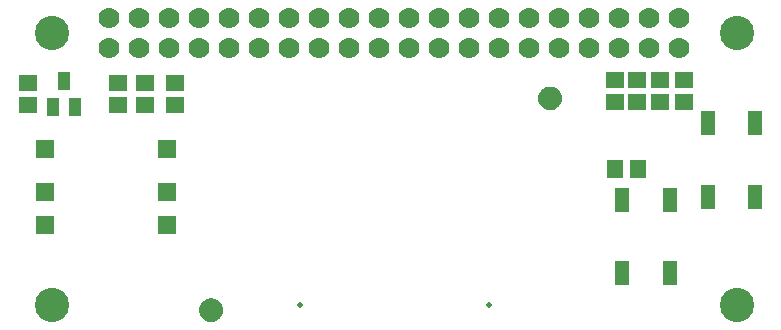
<source format=gbr>
G04 EAGLE Gerber RS-274X export*
G75*
%MOMM*%
%FSLAX34Y34*%
%LPD*%
%INSoldermask Top*%
%IPPOS*%
%AMOC8*
5,1,8,0,0,1.08239X$1,22.5*%
G01*
%ADD10C,0.501600*%
%ADD11R,1.601600X1.341600*%
%ADD12R,1.341600X1.601600*%
%ADD13C,1.101600*%
%ADD14C,0.500000*%
%ADD15C,2.901600*%
%ADD16C,1.778000*%
%ADD17R,1.301600X2.101600*%
%ADD18R,1.601600X1.501600*%
%ADD19R,1.101600X1.501600*%


D10*
X245120Y34240D03*
X405120Y34240D03*
D11*
X570230Y206400D03*
X570230Y225400D03*
X511810Y225400D03*
X511810Y206400D03*
X114300Y222860D03*
X114300Y203860D03*
X139700Y222860D03*
X139700Y203860D03*
D12*
X531470Y149860D03*
X512470Y149860D03*
D11*
X549910Y225400D03*
X549910Y206400D03*
X530860Y225400D03*
X530860Y206400D03*
X91440Y203860D03*
X91440Y222860D03*
D13*
X170208Y30122D03*
D14*
X170208Y37622D02*
X170027Y37620D01*
X169846Y37613D01*
X169665Y37602D01*
X169484Y37587D01*
X169304Y37567D01*
X169124Y37543D01*
X168945Y37515D01*
X168767Y37482D01*
X168590Y37445D01*
X168413Y37404D01*
X168238Y37359D01*
X168063Y37309D01*
X167890Y37255D01*
X167719Y37197D01*
X167548Y37135D01*
X167380Y37068D01*
X167213Y36998D01*
X167047Y36924D01*
X166884Y36845D01*
X166723Y36763D01*
X166563Y36677D01*
X166406Y36587D01*
X166251Y36493D01*
X166098Y36396D01*
X165948Y36294D01*
X165800Y36190D01*
X165654Y36081D01*
X165512Y35970D01*
X165372Y35854D01*
X165235Y35736D01*
X165100Y35614D01*
X164969Y35489D01*
X164841Y35361D01*
X164716Y35230D01*
X164594Y35095D01*
X164476Y34958D01*
X164360Y34818D01*
X164249Y34676D01*
X164140Y34530D01*
X164036Y34382D01*
X163934Y34232D01*
X163837Y34079D01*
X163743Y33924D01*
X163653Y33767D01*
X163567Y33607D01*
X163485Y33446D01*
X163406Y33283D01*
X163332Y33117D01*
X163262Y32950D01*
X163195Y32782D01*
X163133Y32611D01*
X163075Y32440D01*
X163021Y32267D01*
X162971Y32092D01*
X162926Y31917D01*
X162885Y31740D01*
X162848Y31563D01*
X162815Y31385D01*
X162787Y31206D01*
X162763Y31026D01*
X162743Y30846D01*
X162728Y30665D01*
X162717Y30484D01*
X162710Y30303D01*
X162708Y30122D01*
X170208Y37622D02*
X170389Y37620D01*
X170570Y37613D01*
X170751Y37602D01*
X170932Y37587D01*
X171112Y37567D01*
X171292Y37543D01*
X171471Y37515D01*
X171649Y37482D01*
X171826Y37445D01*
X172003Y37404D01*
X172178Y37359D01*
X172353Y37309D01*
X172526Y37255D01*
X172697Y37197D01*
X172868Y37135D01*
X173036Y37068D01*
X173203Y36998D01*
X173369Y36924D01*
X173532Y36845D01*
X173693Y36763D01*
X173853Y36677D01*
X174010Y36587D01*
X174165Y36493D01*
X174318Y36396D01*
X174468Y36294D01*
X174616Y36190D01*
X174762Y36081D01*
X174904Y35970D01*
X175044Y35854D01*
X175181Y35736D01*
X175316Y35614D01*
X175447Y35489D01*
X175575Y35361D01*
X175700Y35230D01*
X175822Y35095D01*
X175940Y34958D01*
X176056Y34818D01*
X176167Y34676D01*
X176276Y34530D01*
X176380Y34382D01*
X176482Y34232D01*
X176579Y34079D01*
X176673Y33924D01*
X176763Y33767D01*
X176849Y33607D01*
X176931Y33446D01*
X177010Y33283D01*
X177084Y33117D01*
X177154Y32950D01*
X177221Y32782D01*
X177283Y32611D01*
X177341Y32440D01*
X177395Y32267D01*
X177445Y32092D01*
X177490Y31917D01*
X177531Y31740D01*
X177568Y31563D01*
X177601Y31385D01*
X177629Y31206D01*
X177653Y31026D01*
X177673Y30846D01*
X177688Y30665D01*
X177699Y30484D01*
X177706Y30303D01*
X177708Y30122D01*
X177706Y29941D01*
X177699Y29760D01*
X177688Y29579D01*
X177673Y29398D01*
X177653Y29218D01*
X177629Y29038D01*
X177601Y28859D01*
X177568Y28681D01*
X177531Y28504D01*
X177490Y28327D01*
X177445Y28152D01*
X177395Y27977D01*
X177341Y27804D01*
X177283Y27633D01*
X177221Y27462D01*
X177154Y27294D01*
X177084Y27127D01*
X177010Y26961D01*
X176931Y26798D01*
X176849Y26637D01*
X176763Y26477D01*
X176673Y26320D01*
X176579Y26165D01*
X176482Y26012D01*
X176380Y25862D01*
X176276Y25714D01*
X176167Y25568D01*
X176056Y25426D01*
X175940Y25286D01*
X175822Y25149D01*
X175700Y25014D01*
X175575Y24883D01*
X175447Y24755D01*
X175316Y24630D01*
X175181Y24508D01*
X175044Y24390D01*
X174904Y24274D01*
X174762Y24163D01*
X174616Y24054D01*
X174468Y23950D01*
X174318Y23848D01*
X174165Y23751D01*
X174010Y23657D01*
X173853Y23567D01*
X173693Y23481D01*
X173532Y23399D01*
X173369Y23320D01*
X173203Y23246D01*
X173036Y23176D01*
X172868Y23109D01*
X172697Y23047D01*
X172526Y22989D01*
X172353Y22935D01*
X172178Y22885D01*
X172003Y22840D01*
X171826Y22799D01*
X171649Y22762D01*
X171471Y22729D01*
X171292Y22701D01*
X171112Y22677D01*
X170932Y22657D01*
X170751Y22642D01*
X170570Y22631D01*
X170389Y22624D01*
X170208Y22622D01*
X170027Y22624D01*
X169846Y22631D01*
X169665Y22642D01*
X169484Y22657D01*
X169304Y22677D01*
X169124Y22701D01*
X168945Y22729D01*
X168767Y22762D01*
X168590Y22799D01*
X168413Y22840D01*
X168238Y22885D01*
X168063Y22935D01*
X167890Y22989D01*
X167719Y23047D01*
X167548Y23109D01*
X167380Y23176D01*
X167213Y23246D01*
X167047Y23320D01*
X166884Y23399D01*
X166723Y23481D01*
X166563Y23567D01*
X166406Y23657D01*
X166251Y23751D01*
X166098Y23848D01*
X165948Y23950D01*
X165800Y24054D01*
X165654Y24163D01*
X165512Y24274D01*
X165372Y24390D01*
X165235Y24508D01*
X165100Y24630D01*
X164969Y24755D01*
X164841Y24883D01*
X164716Y25014D01*
X164594Y25149D01*
X164476Y25286D01*
X164360Y25426D01*
X164249Y25568D01*
X164140Y25714D01*
X164036Y25862D01*
X163934Y26012D01*
X163837Y26165D01*
X163743Y26320D01*
X163653Y26477D01*
X163567Y26637D01*
X163485Y26798D01*
X163406Y26961D01*
X163332Y27127D01*
X163262Y27294D01*
X163195Y27462D01*
X163133Y27633D01*
X163075Y27804D01*
X163021Y27977D01*
X162971Y28152D01*
X162926Y28327D01*
X162885Y28504D01*
X162848Y28681D01*
X162815Y28859D01*
X162787Y29038D01*
X162763Y29218D01*
X162743Y29398D01*
X162728Y29579D01*
X162717Y29760D01*
X162710Y29941D01*
X162708Y30122D01*
D15*
X35254Y265000D03*
X615254Y265000D03*
X615254Y35000D03*
X35254Y35000D03*
D16*
X83954Y252300D03*
X83954Y277700D03*
X109354Y252300D03*
X109354Y277700D03*
X134754Y252300D03*
X134754Y277700D03*
X160154Y252300D03*
X160154Y277700D03*
X185554Y252300D03*
X185554Y277700D03*
X210954Y252300D03*
X210954Y277700D03*
X236354Y252300D03*
X236354Y277700D03*
X261754Y252300D03*
X261754Y277700D03*
X287154Y252300D03*
X287154Y277700D03*
X312554Y252300D03*
X312554Y277700D03*
X337954Y252300D03*
X337954Y277700D03*
X363354Y252300D03*
X363354Y277700D03*
X388754Y252300D03*
X388754Y277700D03*
X414154Y252300D03*
X414154Y277700D03*
X439554Y252300D03*
X439554Y277700D03*
X464954Y252300D03*
X464954Y277700D03*
X490354Y252300D03*
X490354Y277700D03*
X515754Y252300D03*
X515754Y277700D03*
X541154Y252300D03*
X541154Y277700D03*
X566554Y252300D03*
X566554Y277700D03*
D17*
X630870Y188480D03*
X630870Y126480D03*
X590870Y126480D03*
X590870Y188480D03*
X558480Y123710D03*
X558480Y61710D03*
X518480Y61710D03*
X518480Y123710D03*
D18*
X29280Y167120D03*
X29280Y130120D03*
X29280Y102120D03*
X133280Y102120D03*
X133280Y130120D03*
X133280Y167120D03*
D19*
X45720Y224360D03*
X55220Y202360D03*
X36220Y202360D03*
D11*
X15240Y203860D03*
X15240Y222860D03*
D13*
X457200Y209550D03*
D14*
X457200Y217050D02*
X457019Y217048D01*
X456838Y217041D01*
X456657Y217030D01*
X456476Y217015D01*
X456296Y216995D01*
X456116Y216971D01*
X455937Y216943D01*
X455759Y216910D01*
X455582Y216873D01*
X455405Y216832D01*
X455230Y216787D01*
X455055Y216737D01*
X454882Y216683D01*
X454711Y216625D01*
X454540Y216563D01*
X454372Y216496D01*
X454205Y216426D01*
X454039Y216352D01*
X453876Y216273D01*
X453715Y216191D01*
X453555Y216105D01*
X453398Y216015D01*
X453243Y215921D01*
X453090Y215824D01*
X452940Y215722D01*
X452792Y215618D01*
X452646Y215509D01*
X452504Y215398D01*
X452364Y215282D01*
X452227Y215164D01*
X452092Y215042D01*
X451961Y214917D01*
X451833Y214789D01*
X451708Y214658D01*
X451586Y214523D01*
X451468Y214386D01*
X451352Y214246D01*
X451241Y214104D01*
X451132Y213958D01*
X451028Y213810D01*
X450926Y213660D01*
X450829Y213507D01*
X450735Y213352D01*
X450645Y213195D01*
X450559Y213035D01*
X450477Y212874D01*
X450398Y212711D01*
X450324Y212545D01*
X450254Y212378D01*
X450187Y212210D01*
X450125Y212039D01*
X450067Y211868D01*
X450013Y211695D01*
X449963Y211520D01*
X449918Y211345D01*
X449877Y211168D01*
X449840Y210991D01*
X449807Y210813D01*
X449779Y210634D01*
X449755Y210454D01*
X449735Y210274D01*
X449720Y210093D01*
X449709Y209912D01*
X449702Y209731D01*
X449700Y209550D01*
X457200Y217050D02*
X457381Y217048D01*
X457562Y217041D01*
X457743Y217030D01*
X457924Y217015D01*
X458104Y216995D01*
X458284Y216971D01*
X458463Y216943D01*
X458641Y216910D01*
X458818Y216873D01*
X458995Y216832D01*
X459170Y216787D01*
X459345Y216737D01*
X459518Y216683D01*
X459689Y216625D01*
X459860Y216563D01*
X460028Y216496D01*
X460195Y216426D01*
X460361Y216352D01*
X460524Y216273D01*
X460685Y216191D01*
X460845Y216105D01*
X461002Y216015D01*
X461157Y215921D01*
X461310Y215824D01*
X461460Y215722D01*
X461608Y215618D01*
X461754Y215509D01*
X461896Y215398D01*
X462036Y215282D01*
X462173Y215164D01*
X462308Y215042D01*
X462439Y214917D01*
X462567Y214789D01*
X462692Y214658D01*
X462814Y214523D01*
X462932Y214386D01*
X463048Y214246D01*
X463159Y214104D01*
X463268Y213958D01*
X463372Y213810D01*
X463474Y213660D01*
X463571Y213507D01*
X463665Y213352D01*
X463755Y213195D01*
X463841Y213035D01*
X463923Y212874D01*
X464002Y212711D01*
X464076Y212545D01*
X464146Y212378D01*
X464213Y212210D01*
X464275Y212039D01*
X464333Y211868D01*
X464387Y211695D01*
X464437Y211520D01*
X464482Y211345D01*
X464523Y211168D01*
X464560Y210991D01*
X464593Y210813D01*
X464621Y210634D01*
X464645Y210454D01*
X464665Y210274D01*
X464680Y210093D01*
X464691Y209912D01*
X464698Y209731D01*
X464700Y209550D01*
X464698Y209369D01*
X464691Y209188D01*
X464680Y209007D01*
X464665Y208826D01*
X464645Y208646D01*
X464621Y208466D01*
X464593Y208287D01*
X464560Y208109D01*
X464523Y207932D01*
X464482Y207755D01*
X464437Y207580D01*
X464387Y207405D01*
X464333Y207232D01*
X464275Y207061D01*
X464213Y206890D01*
X464146Y206722D01*
X464076Y206555D01*
X464002Y206389D01*
X463923Y206226D01*
X463841Y206065D01*
X463755Y205905D01*
X463665Y205748D01*
X463571Y205593D01*
X463474Y205440D01*
X463372Y205290D01*
X463268Y205142D01*
X463159Y204996D01*
X463048Y204854D01*
X462932Y204714D01*
X462814Y204577D01*
X462692Y204442D01*
X462567Y204311D01*
X462439Y204183D01*
X462308Y204058D01*
X462173Y203936D01*
X462036Y203818D01*
X461896Y203702D01*
X461754Y203591D01*
X461608Y203482D01*
X461460Y203378D01*
X461310Y203276D01*
X461157Y203179D01*
X461002Y203085D01*
X460845Y202995D01*
X460685Y202909D01*
X460524Y202827D01*
X460361Y202748D01*
X460195Y202674D01*
X460028Y202604D01*
X459860Y202537D01*
X459689Y202475D01*
X459518Y202417D01*
X459345Y202363D01*
X459170Y202313D01*
X458995Y202268D01*
X458818Y202227D01*
X458641Y202190D01*
X458463Y202157D01*
X458284Y202129D01*
X458104Y202105D01*
X457924Y202085D01*
X457743Y202070D01*
X457562Y202059D01*
X457381Y202052D01*
X457200Y202050D01*
X457019Y202052D01*
X456838Y202059D01*
X456657Y202070D01*
X456476Y202085D01*
X456296Y202105D01*
X456116Y202129D01*
X455937Y202157D01*
X455759Y202190D01*
X455582Y202227D01*
X455405Y202268D01*
X455230Y202313D01*
X455055Y202363D01*
X454882Y202417D01*
X454711Y202475D01*
X454540Y202537D01*
X454372Y202604D01*
X454205Y202674D01*
X454039Y202748D01*
X453876Y202827D01*
X453715Y202909D01*
X453555Y202995D01*
X453398Y203085D01*
X453243Y203179D01*
X453090Y203276D01*
X452940Y203378D01*
X452792Y203482D01*
X452646Y203591D01*
X452504Y203702D01*
X452364Y203818D01*
X452227Y203936D01*
X452092Y204058D01*
X451961Y204183D01*
X451833Y204311D01*
X451708Y204442D01*
X451586Y204577D01*
X451468Y204714D01*
X451352Y204854D01*
X451241Y204996D01*
X451132Y205142D01*
X451028Y205290D01*
X450926Y205440D01*
X450829Y205593D01*
X450735Y205748D01*
X450645Y205905D01*
X450559Y206065D01*
X450477Y206226D01*
X450398Y206389D01*
X450324Y206555D01*
X450254Y206722D01*
X450187Y206890D01*
X450125Y207061D01*
X450067Y207232D01*
X450013Y207405D01*
X449963Y207580D01*
X449918Y207755D01*
X449877Y207932D01*
X449840Y208109D01*
X449807Y208287D01*
X449779Y208466D01*
X449755Y208646D01*
X449735Y208826D01*
X449720Y209007D01*
X449709Y209188D01*
X449702Y209369D01*
X449700Y209550D01*
M02*

</source>
